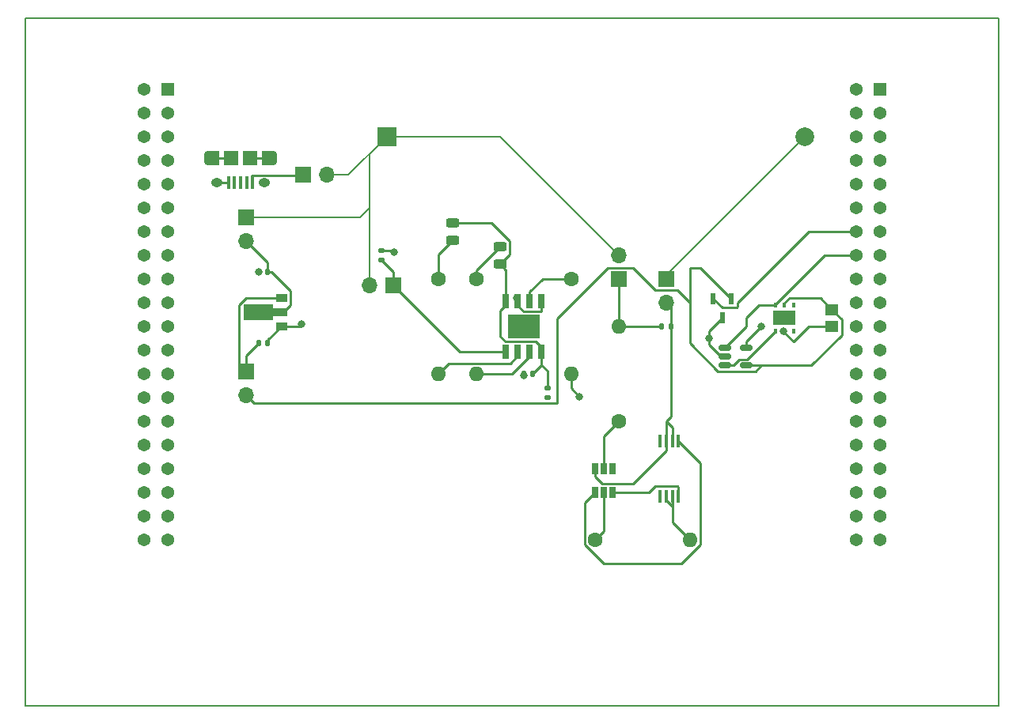
<source format=gbr>
%TF.GenerationSoftware,KiCad,Pcbnew,(7.0.0)*%
%TF.CreationDate,2023-03-20T22:32:51+02:00*%
%TF.ProjectId,overall scematic,6f766572-616c-46c2-9073-63656d617469,rev?*%
%TF.SameCoordinates,Original*%
%TF.FileFunction,Copper,L1,Top*%
%TF.FilePolarity,Positive*%
%FSLAX46Y46*%
G04 Gerber Fmt 4.6, Leading zero omitted, Abs format (unit mm)*
G04 Created by KiCad (PCBNEW (7.0.0)) date 2023-03-20 22:32:51*
%MOMM*%
%LPD*%
G01*
G04 APERTURE LIST*
G04 Aperture macros list*
%AMRoundRect*
0 Rectangle with rounded corners*
0 $1 Rounding radius*
0 $2 $3 $4 $5 $6 $7 $8 $9 X,Y pos of 4 corners*
0 Add a 4 corners polygon primitive as box body*
4,1,4,$2,$3,$4,$5,$6,$7,$8,$9,$2,$3,0*
0 Add four circle primitives for the rounded corners*
1,1,$1+$1,$2,$3*
1,1,$1+$1,$4,$5*
1,1,$1+$1,$6,$7*
1,1,$1+$1,$8,$9*
0 Add four rect primitives between the rounded corners*
20,1,$1+$1,$2,$3,$4,$5,0*
20,1,$1+$1,$4,$5,$6,$7,0*
20,1,$1+$1,$6,$7,$8,$9,0*
20,1,$1+$1,$8,$9,$2,$3,0*%
%AMFreePoly0*
4,1,9,3.862500,-0.866500,0.737500,-0.866500,0.737500,-0.450000,-0.737500,-0.450000,-0.737500,0.450000,0.737500,0.450000,0.737500,0.866500,3.862500,0.866500,3.862500,-0.866500,3.862500,-0.866500,$1*%
G04 Aperture macros list end*
%TA.AperFunction,NonConductor*%
%ADD10C,0.200000*%
%TD*%
%TA.AperFunction,ComponentPad*%
%ADD11R,1.700000X1.700000*%
%TD*%
%TA.AperFunction,ComponentPad*%
%ADD12O,1.700000X1.700000*%
%TD*%
%TA.AperFunction,ComponentPad*%
%ADD13R,2.000000X2.000000*%
%TD*%
%TA.AperFunction,ComponentPad*%
%ADD14C,2.000000*%
%TD*%
%TA.AperFunction,ComponentPad*%
%ADD15C,1.600000*%
%TD*%
%TA.AperFunction,ComponentPad*%
%ADD16O,1.600000X1.600000*%
%TD*%
%TA.AperFunction,SMDPad,CuDef*%
%ADD17R,0.650000X1.200000*%
%TD*%
%TA.AperFunction,SMDPad,CuDef*%
%ADD18RoundRect,0.150000X-0.512500X-0.150000X0.512500X-0.150000X0.512500X0.150000X-0.512500X0.150000X0*%
%TD*%
%TA.AperFunction,SMDPad,CuDef*%
%ADD19RoundRect,0.140000X0.140000X0.170000X-0.140000X0.170000X-0.140000X-0.170000X0.140000X-0.170000X0*%
%TD*%
%TA.AperFunction,SMDPad,CuDef*%
%ADD20R,0.700000X1.525000*%
%TD*%
%TA.AperFunction,SMDPad,CuDef*%
%ADD21R,3.402000X2.513000*%
%TD*%
%TA.AperFunction,SMDPad,CuDef*%
%ADD22R,1.300000X0.900000*%
%TD*%
%TA.AperFunction,SMDPad,CuDef*%
%ADD23FreePoly0,180.000000*%
%TD*%
%TA.AperFunction,SMDPad,CuDef*%
%ADD24RoundRect,0.140000X0.170000X-0.140000X0.170000X0.140000X-0.170000X0.140000X-0.170000X-0.140000X0*%
%TD*%
%TA.AperFunction,SMDPad,CuDef*%
%ADD25R,0.400000X1.350000*%
%TD*%
%TA.AperFunction,ComponentPad*%
%ADD26O,0.890000X1.550000*%
%TD*%
%TA.AperFunction,SMDPad,CuDef*%
%ADD27R,1.200000X1.550000*%
%TD*%
%TA.AperFunction,ComponentPad*%
%ADD28O,1.250000X0.950000*%
%TD*%
%TA.AperFunction,SMDPad,CuDef*%
%ADD29R,1.500000X1.550000*%
%TD*%
%TA.AperFunction,SMDPad,CuDef*%
%ADD30R,0.400000X0.600000*%
%TD*%
%TA.AperFunction,SMDPad,CuDef*%
%ADD31R,2.400000X1.500000*%
%TD*%
%TA.AperFunction,SMDPad,CuDef*%
%ADD32RoundRect,0.135000X-0.185000X0.135000X-0.185000X-0.135000X0.185000X-0.135000X0.185000X0.135000X0*%
%TD*%
%TA.AperFunction,SMDPad,CuDef*%
%ADD33RoundRect,0.140000X-0.140000X-0.170000X0.140000X-0.170000X0.140000X0.170000X-0.140000X0.170000X0*%
%TD*%
%TA.AperFunction,SMDPad,CuDef*%
%ADD34RoundRect,0.243750X-0.456250X0.243750X-0.456250X-0.243750X0.456250X-0.243750X0.456250X0.243750X0*%
%TD*%
%TA.AperFunction,SMDPad,CuDef*%
%ADD35R,0.600000X1.300000*%
%TD*%
%TA.AperFunction,SMDPad,CuDef*%
%ADD36RoundRect,0.243750X0.456250X-0.243750X0.456250X0.243750X-0.456250X0.243750X-0.456250X-0.243750X0*%
%TD*%
%TA.AperFunction,SMDPad,CuDef*%
%ADD37R,1.450000X1.150000*%
%TD*%
%TA.AperFunction,ComponentPad*%
%ADD38R,1.370000X1.370000*%
%TD*%
%TA.AperFunction,ComponentPad*%
%ADD39C,1.370000*%
%TD*%
%TA.AperFunction,SMDPad,CuDef*%
%ADD40R,0.450000X1.475000*%
%TD*%
%TA.AperFunction,ViaPad*%
%ADD41C,0.800000*%
%TD*%
%TA.AperFunction,Conductor*%
%ADD42C,0.200000*%
%TD*%
%TA.AperFunction,Conductor*%
%ADD43C,0.250000*%
%TD*%
G04 APERTURE END LIST*
D10*
X55880000Y-25400000D02*
X160020000Y-25400000D01*
X160020000Y-25400000D02*
X160020000Y-99060000D01*
X160020000Y-99060000D02*
X55880000Y-99060000D01*
X55880000Y-99060000D02*
X55880000Y-25400000D01*
D11*
%TO.P,J6,1,Pin_1*%
%TO.N,Net-(J6-Pin_1)*%
X79484999Y-63244999D03*
D12*
%TO.P,J6,2,Pin_2*%
%TO.N,/Supply_Voltage*%
X79484999Y-65784999D03*
%TD*%
D11*
%TO.P,J5,1,Pin_1*%
%TO.N,Net-(J3-BAT)*%
X95254999Y-54044999D03*
D12*
%TO.P,J5,2,Pin_2*%
%TO.N,/Battery+*%
X92714999Y-54044999D03*
%TD*%
D11*
%TO.P,J4,1,Pin_1*%
%TO.N,/Battery+*%
X79484999Y-46729999D03*
D12*
%TO.P,J4,2,Pin_2*%
%TO.N,Net-(J4-Pin_2)*%
X79484999Y-49269999D03*
%TD*%
D11*
%TO.P,J2,1,Pin_1*%
%TO.N,Net-(J1-VBUS)*%
X85614999Y-42184999D03*
D12*
%TO.P,J2,2,Pin_2*%
%TO.N,/Battery+*%
X88154999Y-42184999D03*
%TD*%
D13*
%TO.P,BT1,1,+*%
%TO.N,/Battery+*%
X94539999Y-38099999D03*
D14*
%TO.P,BT1,2,-*%
%TO.N,/Battery-*%
X139240000Y-38100000D03*
%TD*%
D15*
%TO.P,R3,1*%
%TO.N,Net-(D1-K)*%
X104140000Y-53340000D03*
D16*
%TO.P,R3,2*%
%TO.N,Net-(J3-~{CHRG})*%
X104139999Y-63499999D03*
%TD*%
D11*
%TO.P,J11,1,Pin_1*%
%TO.N,/Battery-*%
X124459999Y-53339999D03*
D12*
%TO.P,J11,2,Pin_2*%
%TO.N,Net-(IC1-GND)*%
X124459999Y-55879999D03*
%TD*%
D17*
%TO.P,IC1,1,OD*%
%TO.N,/Power module/OD*%
X116839999Y-76159999D03*
%TO.P,IC1,2,CS*%
%TO.N,Net-(IC1-CS)*%
X117789999Y-76159999D03*
%TO.P,IC1,3,OC*%
%TO.N,/Power module/OC*%
X118739999Y-76159999D03*
%TO.P,IC1,4,TD*%
%TO.N,unconnected-(IC1-TD-Pad4)*%
X118739999Y-73659999D03*
%TO.P,IC1,5,VCC*%
%TO.N,Net-(IC1-VCC)*%
X117789999Y-73659999D03*
%TO.P,IC1,6,GND*%
%TO.N,Net-(IC1-GND)*%
X116839999Y-73659999D03*
%TD*%
D18*
%TO.P,U2,1,SCL*%
%TO.N,/SCL*%
X130705000Y-60700000D03*
%TO.P,U2,2,GND*%
%TO.N,GND*%
X130705000Y-61650000D03*
%TO.P,U2,3,SDA*%
%TO.N,/SDA*%
X130705000Y-62600000D03*
%TO.P,U2,4,VCC*%
%TO.N,/Supply_Voltage*%
X132980000Y-62600000D03*
%TO.P,U2,5,WP*%
%TO.N,GND*%
X132980000Y-60700000D03*
%TD*%
D19*
%TO.P,C2,1*%
%TO.N,Net-(J4-Pin_2)*%
X81800000Y-52605000D03*
%TO.P,C2,2*%
%TO.N,GND*%
X80840000Y-52605000D03*
%TD*%
D20*
%TO.P,J3,1,TEMP1*%
%TO.N,GND*%
X111124999Y-55707999D03*
%TO.P,J3,2,PROG2*%
%TO.N,Net-(J3-PROG2)*%
X109854999Y-55707999D03*
%TO.P,J3,3,GND_3*%
%TO.N,GND*%
X108584999Y-55707999D03*
%TO.P,J3,4,VCC4*%
%TO.N,/Power module/Vcc_IC*%
X107314999Y-55707999D03*
%TO.P,J3,5,BAT*%
%TO.N,Net-(J3-BAT)*%
X107314999Y-61131999D03*
%TO.P,J3,6,~{STDBY}*%
%TO.N,Net-(J3-~{STDBY})*%
X108584999Y-61131999D03*
%TO.P,J3,7,~{CHRG}*%
%TO.N,Net-(J3-~{CHRG})*%
X109854999Y-61131999D03*
%TO.P,J3,8,CE*%
%TO.N,/Power module/Vcc_IC*%
X111124999Y-61131999D03*
D21*
%TO.P,J3,9,EP*%
%TO.N,unconnected-(J3-EP-Pad9)*%
X109219999Y-58419999D03*
%TD*%
D15*
%TO.P,R6,1*%
%TO.N,Net-(IC1-VCC)*%
X119380000Y-68580000D03*
D16*
%TO.P,R6,2*%
%TO.N,Net-(J10-Pin_1)*%
X119379999Y-58419999D03*
%TD*%
D22*
%TO.P,U1,1,GND*%
%TO.N,GND*%
X83269999Y-58389999D03*
D23*
%TO.P,U1,2,VIN*%
%TO.N,Net-(J4-Pin_2)*%
X83182500Y-56890000D03*
D22*
%TO.P,U1,3,VOUT*%
%TO.N,Net-(J6-Pin_1)*%
X83269999Y-55389999D03*
%TD*%
D15*
%TO.P,R1,1*%
%TO.N,Net-(J3-PROG2)*%
X114300000Y-53340000D03*
D16*
%TO.P,R1,2*%
%TO.N,GND*%
X114299999Y-63499999D03*
%TD*%
D15*
%TO.P,R5,1*%
%TO.N,Net-(IC1-CS)*%
X116840000Y-81280000D03*
D16*
%TO.P,R5,2*%
%TO.N,GND*%
X126999999Y-81279999D03*
%TD*%
D11*
%TO.P,J10,1,Pin_1*%
%TO.N,Net-(J10-Pin_1)*%
X119379999Y-53339999D03*
D12*
%TO.P,J10,2,Pin_2*%
%TO.N,/Battery+*%
X119379999Y-50799999D03*
%TD*%
D24*
%TO.P,C4,1*%
%TO.N,Net-(J3-BAT)*%
X93980000Y-51280000D03*
%TO.P,C4,2*%
%TO.N,GND*%
X93980000Y-50320000D03*
%TD*%
D25*
%TO.P,J1,1,VBUS*%
%TO.N,Net-(J1-VBUS)*%
X80209999Y-43049999D03*
%TO.P,J1,2,D-*%
%TO.N,Data -*%
X79559999Y-43049999D03*
%TO.P,J1,3,D+*%
%TO.N,Data +*%
X78909999Y-43049999D03*
%TO.P,J1,4,ID*%
%TO.N,unconnected-(J1-ID-Pad4)*%
X78259999Y-43049999D03*
%TO.P,J1,5,GND*%
%TO.N,GND*%
X77609999Y-43049999D03*
D26*
%TO.P,J1,6,Shield*%
X82409999Y-40349999D03*
D27*
X81809999Y-40349999D03*
D28*
X81409999Y-43049999D03*
D29*
X79909999Y-40349999D03*
X77909999Y-40349999D03*
D28*
X76409999Y-43049999D03*
D27*
X76009999Y-40349999D03*
D26*
X75409999Y-40349999D03*
%TD*%
D30*
%TO.P,U4,1,SDA*%
%TO.N,/SDA*%
X136159999Y-58919999D03*
%TO.P,U4,2,GND*%
%TO.N,GND*%
X137109999Y-58919999D03*
%TO.P,U4,3,NC*%
%TO.N,unconnected-(U4-NC-Pad3)*%
X138059999Y-58919999D03*
%TO.P,U4,4,NC*%
%TO.N,unconnected-(U4-NC-Pad4)*%
X138059999Y-56119999D03*
%TO.P,U4,5,VCC*%
%TO.N,/Supply_Voltage*%
X137109999Y-56119999D03*
%TO.P,U4,6,SCL*%
%TO.N,/SCL*%
X136159999Y-56119999D03*
D31*
%TO.P,U4,7,DAP*%
%TO.N,unconnected-(U4-DAP-Pad7)*%
X137109999Y-57519999D03*
%TD*%
D32*
%TO.P,R2,1*%
%TO.N,/Power module/Vcc_IC*%
X111760000Y-65020000D03*
%TO.P,R2,2*%
%TO.N,+5V*%
X111760000Y-66040000D03*
%TD*%
D33*
%TO.P,C3,1*%
%TO.N,Net-(J6-Pin_1)*%
X80840000Y-60225000D03*
%TO.P,C3,2*%
%TO.N,GND*%
X81800000Y-60225000D03*
%TD*%
D34*
%TO.P,D1,1,K*%
%TO.N,Net-(D1-K)*%
X106680000Y-49862500D03*
%TO.P,D1,2,A*%
%TO.N,/Power module/Vcc_IC*%
X106680000Y-51737500D03*
%TD*%
D35*
%TO.P,U5,1,VDD*%
%TO.N,/Supply_Voltage*%
X131389999Y-55419999D03*
%TO.P,U5,2,VOUT*%
%TO.N,ADC*%
X129489999Y-55419999D03*
%TO.P,U5,3,GND*%
%TO.N,GND*%
X130439999Y-57519999D03*
%TD*%
D15*
%TO.P,R4,1*%
%TO.N,Net-(D2-K)*%
X100090000Y-53340000D03*
D16*
%TO.P,R4,2*%
%TO.N,Net-(J3-~{STDBY})*%
X100089999Y-63499999D03*
%TD*%
D36*
%TO.P,D2,1,K*%
%TO.N,Net-(D2-K)*%
X101600000Y-49197500D03*
%TO.P,D2,2,A*%
%TO.N,/Power module/Vcc_IC*%
X101600000Y-47322500D03*
%TD*%
D19*
%TO.P,C1,1*%
%TO.N,/Power module/Vcc_IC*%
X110180000Y-63500000D03*
%TO.P,C1,2*%
%TO.N,GND*%
X109220000Y-63500000D03*
%TD*%
D37*
%TO.P,C5,1*%
%TO.N,/Supply_Voltage*%
X142189999Y-56619999D03*
%TO.P,C5,2*%
%TO.N,GND*%
X142189999Y-58419999D03*
%TD*%
D38*
%TO.P,J8,01*%
%TO.N,N/C*%
X147319999Y-33019999D03*
D39*
%TO.P,J8,02*%
X144780000Y-33020000D03*
%TO.P,J8,03*%
X147320000Y-35560000D03*
%TO.P,J8,04*%
X144780000Y-35560000D03*
%TO.P,J8,05*%
X147320000Y-38100000D03*
%TO.P,J8,06*%
X144780000Y-38100000D03*
%TO.P,J8,07*%
X147320000Y-40640000D03*
%TO.P,J8,08*%
X144780000Y-40640000D03*
%TO.P,J8,09*%
X147320000Y-43180000D03*
%TO.P,J8,10,10*%
%TO.N,GND*%
X144780000Y-43180000D03*
%TO.P,J8,11,11*%
X147320000Y-45720000D03*
%TO.P,J8,12,12*%
X144780000Y-45720000D03*
%TO.P,J8,13,13*%
X147320000Y-48260000D03*
%TO.P,J8,14,P14*%
%TO.N,ADC*%
X144780000Y-48260000D03*
%TO.P,J8,15,P15*%
%TO.N,SPI*%
X147320000Y-50800000D03*
%TO.P,J8,16,P16*%
%TO.N,/SCL*%
X144780000Y-50800000D03*
%TO.P,J8,17,P17*%
%TO.N,GND*%
X147320000Y-53340000D03*
%TO.P,J8,18,P18*%
X144780000Y-53340000D03*
%TO.P,J8,19,P19*%
X147320000Y-55880000D03*
%TO.P,J8,20,P20*%
X144780000Y-55880000D03*
%TO.P,J8,21,P21*%
X147320000Y-58420000D03*
%TO.P,J8,22,P22*%
X144780000Y-58420000D03*
%TO.P,J8,23,P23*%
X147320000Y-60960000D03*
%TO.P,J8,24,P24*%
X144780000Y-60960000D03*
%TO.P,J8,25,P25*%
X147320000Y-63500000D03*
%TO.P,J8,26*%
%TO.N,N/C*%
X144780000Y-63500000D03*
%TO.P,J8,27*%
X147320000Y-66040000D03*
%TO.P,J8,28*%
X144780000Y-66040000D03*
%TO.P,J8,29*%
X147320000Y-68580000D03*
%TO.P,J8,30*%
X144780000Y-68580000D03*
%TO.P,J8,31*%
X147320000Y-71120000D03*
%TO.P,J8,32*%
X144780000Y-71120000D03*
%TO.P,J8,33*%
X147320000Y-73660000D03*
%TO.P,J8,34*%
X144780000Y-73660000D03*
%TO.P,J8,35*%
X147320000Y-76200000D03*
%TO.P,J8,36*%
X144780000Y-76200000D03*
%TO.P,J8,37*%
X147320000Y-78740000D03*
%TO.P,J8,38*%
X144780000Y-78740000D03*
%TO.P,J8,39*%
X147320000Y-81280000D03*
%TO.P,J8,40*%
X144780000Y-81280000D03*
%TD*%
D38*
%TO.P,J9,01*%
%TO.N,N/C*%
X71119999Y-33019999D03*
D39*
%TO.P,J9,02*%
X68580000Y-33020000D03*
%TO.P,J9,03*%
X71120000Y-35560000D03*
%TO.P,J9,04*%
X68580000Y-35560000D03*
%TO.P,J9,05*%
X71120000Y-38100000D03*
%TO.P,J9,06*%
X68580000Y-38100000D03*
%TO.P,J9,07*%
X71120000Y-40640000D03*
%TO.P,J9,08*%
X68580000Y-40640000D03*
%TO.P,J9,09*%
X71120000Y-43180000D03*
%TO.P,J9,10,10*%
%TO.N,GND*%
X68580000Y-43180000D03*
%TO.P,J9,11,11*%
%TO.N,USART2*%
X71120000Y-45720000D03*
%TO.P,J9,12,12*%
%TO.N,I2C2*%
X68580000Y-45720000D03*
%TO.P,J9,13,13*%
%TO.N,GND*%
X71120000Y-48260000D03*
%TO.P,J9,14,P14*%
X68580000Y-48260000D03*
%TO.P,J9,15,P15*%
X71120000Y-50800000D03*
%TO.P,J9,16,P16*%
X68580000Y-50800000D03*
%TO.P,J9,17,P17*%
X71120000Y-53340000D03*
%TO.P,J9,18,P18*%
X68580000Y-53340000D03*
%TO.P,J9,19,P19*%
X71120000Y-55880000D03*
%TO.P,J9,20,P20*%
X68580000Y-55880000D03*
%TO.P,J9,21,P21*%
X71120000Y-58420000D03*
%TO.P,J9,22,P22*%
X68580000Y-58420000D03*
%TO.P,J9,23,P23*%
%TO.N,USART1*%
X71120000Y-60960000D03*
%TO.P,J9,24,P24*%
%TO.N,I2C1*%
X68580000Y-60960000D03*
%TO.P,J9,25,P25*%
%TO.N,GND*%
X71120000Y-63500000D03*
%TO.P,J9,26*%
%TO.N,N/C*%
X68580000Y-63500000D03*
%TO.P,J9,27*%
X71120000Y-66040000D03*
%TO.P,J9,28*%
X68580000Y-66040000D03*
%TO.P,J9,29*%
X71120000Y-68580000D03*
%TO.P,J9,30*%
X68580000Y-68580000D03*
%TO.P,J9,31*%
X71120000Y-71120000D03*
%TO.P,J9,32*%
X68580000Y-71120000D03*
%TO.P,J9,33*%
X71120000Y-73660000D03*
%TO.P,J9,34*%
X68580000Y-73660000D03*
%TO.P,J9,35*%
X71120000Y-76200000D03*
%TO.P,J9,36*%
X68580000Y-76200000D03*
%TO.P,J9,37*%
X71120000Y-78740000D03*
%TO.P,J9,38*%
X68580000Y-78740000D03*
%TO.P,J9,39*%
X71120000Y-81280000D03*
%TO.P,J9,40*%
X68580000Y-81280000D03*
%TD*%
D33*
%TO.P,C6,1*%
%TO.N,Net-(J10-Pin_1)*%
X123980000Y-58420000D03*
%TO.P,C6,2*%
%TO.N,Net-(IC1-GND)*%
X124940000Y-58420000D03*
%TD*%
D40*
%TO.P,Q1,1,D12_1*%
%TO.N,unconnected-(Q1-D12_1-Pad1)*%
X123809999Y-76597999D03*
%TO.P,Q1,2,S1_1*%
%TO.N,GND*%
X124459999Y-76597999D03*
%TO.P,Q1,3,S1_2*%
X125109999Y-76597999D03*
%TO.P,Q1,4,G1*%
%TO.N,/Power module/OC*%
X125759999Y-76597999D03*
%TO.P,Q1,5,G2*%
%TO.N,/Power module/OD*%
X125759999Y-70721999D03*
%TO.P,Q1,6,S2_1*%
%TO.N,Net-(IC1-GND)*%
X125109999Y-70721999D03*
%TO.P,Q1,7,S2_2*%
X124459999Y-70721999D03*
%TO.P,Q1,8,D12_2*%
%TO.N,unconnected-(Q1-D12_2-Pad8)*%
X123809999Y-70721999D03*
%TD*%
D41*
%TO.N,GND*%
X129032000Y-59690000D03*
X108458000Y-55372000D03*
X137033000Y-58928000D03*
X80899000Y-52578000D03*
X109220000Y-63627000D03*
X115189000Y-65913000D03*
X85471000Y-58166000D03*
X95377000Y-50419000D03*
X134620000Y-58420000D03*
%TD*%
D42*
%TO.N,/Battery+*%
X90455000Y-42185000D02*
X94540000Y-38100000D01*
X88155000Y-42185000D02*
X90455000Y-42185000D01*
X91705000Y-46730000D02*
X92715000Y-45720000D01*
X79485000Y-46730000D02*
X91705000Y-46730000D01*
X92715000Y-39925000D02*
X94540000Y-38100000D01*
X119380000Y-50800000D02*
X106680000Y-38100000D01*
X106680000Y-38100000D02*
X94540000Y-38100000D01*
X92715000Y-54045000D02*
X92715000Y-45720000D01*
X92715000Y-45720000D02*
X92715000Y-39925000D01*
%TO.N,/Battery-*%
X124480000Y-53320000D02*
X124460000Y-53340000D01*
X124460000Y-52880000D02*
X139240000Y-38100000D01*
X124460000Y-53340000D02*
X124460000Y-52880000D01*
D43*
%TO.N,/Power module/Vcc_IC*%
X105742500Y-47322500D02*
X101600000Y-47322500D01*
X107237000Y-60044500D02*
X110530000Y-60044500D01*
X110530000Y-60044500D02*
X111125000Y-60639500D01*
X107315000Y-55708000D02*
X107315000Y-56120500D01*
X111760000Y-65020000D02*
X111760000Y-63190000D01*
X111125000Y-60639500D02*
X111125000Y-61132000D01*
X107315000Y-52372500D02*
X107315000Y-55708000D01*
X106680000Y-51737500D02*
X107705000Y-50712500D01*
X111125000Y-62555000D02*
X111125000Y-61132000D01*
X110180000Y-63500000D02*
X111125000Y-62555000D01*
X106715000Y-56720500D02*
X106715000Y-59522500D01*
X107705000Y-50712500D02*
X107705000Y-49285000D01*
X107315000Y-56120500D02*
X106715000Y-56720500D01*
X111760000Y-63190000D02*
X111125000Y-62555000D01*
X106715000Y-59522500D02*
X107237000Y-60044500D01*
X106680000Y-51737500D02*
X107315000Y-52372500D01*
X107705000Y-49285000D02*
X105742500Y-47322500D01*
%TO.N,GND*%
X114300000Y-65024000D02*
X115189000Y-65913000D01*
X132980000Y-60060000D02*
X134620000Y-58420000D01*
X129032000Y-60361251D02*
X129032000Y-59690000D01*
X85247000Y-58390000D02*
X85471000Y-58166000D01*
X77610000Y-43050000D02*
X76410000Y-43050000D01*
X139700000Y-58420000D02*
X138060000Y-60060000D01*
X130440000Y-57520000D02*
X129032000Y-58928000D01*
X111125000Y-55708000D02*
X111125000Y-56720500D01*
X111050000Y-56795500D02*
X109180000Y-56795500D01*
X79910000Y-40350000D02*
X81810000Y-40350000D01*
X76010000Y-40350000D02*
X75410000Y-40350000D01*
X81800000Y-59860000D02*
X83270000Y-58390000D01*
X125110000Y-76598000D02*
X125110000Y-77724000D01*
X125110000Y-77724000D02*
X125110000Y-79390000D01*
X132980000Y-60700000D02*
X132980000Y-60060000D01*
X124460000Y-76598000D02*
X124460000Y-77074000D01*
X108585000Y-56200500D02*
X108585000Y-55708000D01*
X129032000Y-58928000D02*
X129032000Y-59690000D01*
X81800000Y-60225000D02*
X81800000Y-59860000D01*
X124460000Y-77074000D02*
X125110000Y-77724000D01*
X93980000Y-50320000D02*
X95278000Y-50320000D01*
X130320749Y-61650000D02*
X129032000Y-60361251D01*
X95278000Y-50320000D02*
X95377000Y-50419000D01*
X125110000Y-79390000D02*
X127000000Y-81280000D01*
X109180000Y-56795500D02*
X108585000Y-56200500D01*
X77910000Y-40350000D02*
X76010000Y-40350000D01*
X114300000Y-63500000D02*
X114300000Y-65024000D01*
X130705000Y-61650000D02*
X130320749Y-61650000D01*
X142190000Y-58420000D02*
X139700000Y-58420000D01*
X137110000Y-59110000D02*
X137033000Y-58928000D01*
X83270000Y-58390000D02*
X85247000Y-58390000D01*
X138060000Y-60060000D02*
X137110000Y-59110000D01*
X111125000Y-56720500D02*
X111050000Y-56795500D01*
X137033000Y-58928000D02*
X137110000Y-58920000D01*
%TO.N,Net-(J6-Pin_1)*%
X79493880Y-55390000D02*
X78780000Y-56103880D01*
X83270000Y-55390000D02*
X79493880Y-55390000D01*
X79485000Y-61580000D02*
X80840000Y-60225000D01*
X78780000Y-56103880D02*
X78780000Y-62540000D01*
X79485000Y-63245000D02*
X79485000Y-61580000D01*
X78780000Y-62540000D02*
X79485000Y-63245000D01*
%TO.N,Net-(J3-BAT)*%
X102342000Y-61132000D02*
X107315000Y-61132000D01*
X95255000Y-54045000D02*
X95255000Y-52555000D01*
X95255000Y-52555000D02*
X93980000Y-51280000D01*
X95255000Y-54045000D02*
X102342000Y-61132000D01*
%TO.N,Net-(IC1-GND)*%
X116840000Y-74510000D02*
X117565000Y-75235000D01*
X124940000Y-56360000D02*
X124940000Y-58420000D01*
X124940000Y-68100000D02*
X124940000Y-58420000D01*
X120909500Y-75235000D02*
X124460000Y-71684500D01*
X124460000Y-55880000D02*
X124940000Y-56360000D01*
X124460000Y-68580000D02*
X124940000Y-68100000D01*
X117565000Y-75235000D02*
X120909500Y-75235000D01*
X124460000Y-71684500D02*
X124460000Y-70722000D01*
X124460000Y-70722000D02*
X124460000Y-68580000D01*
X125110000Y-69230000D02*
X125110000Y-70722000D01*
X116840000Y-73660000D02*
X116840000Y-74510000D01*
X124460000Y-68580000D02*
X125110000Y-69230000D01*
%TO.N,Net-(D1-K)*%
X106680000Y-49862500D02*
X104140000Y-52402500D01*
X104140000Y-52402500D02*
X104140000Y-53340000D01*
%TO.N,Net-(D2-K)*%
X100090000Y-50707500D02*
X100090000Y-53340000D01*
X101600000Y-49197500D02*
X100090000Y-50707500D01*
%TO.N,Net-(J1-VBUS)*%
X80085000Y-42250000D02*
X80085000Y-42890000D01*
X85550000Y-42250000D02*
X80085000Y-42250000D01*
X85615000Y-42185000D02*
X85550000Y-42250000D01*
%TO.N,ADC*%
X130465000Y-56395000D02*
X129490000Y-55420000D01*
X132080000Y-55880000D02*
X132080000Y-56330000D01*
X132015000Y-56395000D02*
X130465000Y-56395000D01*
X132080000Y-56330000D02*
X132015000Y-56395000D01*
X139700000Y-48260000D02*
X132080000Y-55880000D01*
X144780000Y-48260000D02*
X139700000Y-48260000D01*
%TO.N,/SCL*%
X136160000Y-56020000D02*
X141380000Y-50800000D01*
X136160000Y-56120000D02*
X136160000Y-56020000D01*
X134380000Y-56120000D02*
X136160000Y-56120000D01*
X132980000Y-58425000D02*
X130705000Y-60700000D01*
X132980000Y-57520000D02*
X134380000Y-56120000D01*
X141380000Y-50800000D02*
X144780000Y-50800000D01*
X132980000Y-57520000D02*
X132980000Y-58425000D01*
%TO.N,Net-(J3-PROG2)*%
X109855000Y-54695500D02*
X109855000Y-55708000D01*
X111210500Y-53340000D02*
X109855000Y-54695500D01*
X114300000Y-53340000D02*
X111210500Y-53340000D01*
%TO.N,Net-(J3-~{CHRG})*%
X107979500Y-63500000D02*
X109855000Y-61624500D01*
X104140000Y-63500000D02*
X107979500Y-63500000D01*
X109855000Y-61624500D02*
X109855000Y-61132000D01*
%TO.N,Net-(J3-~{STDBY})*%
X108585000Y-61555000D02*
X108585000Y-61132000D01*
X101215000Y-62375000D02*
X107765000Y-62375000D01*
X107765000Y-62375000D02*
X108585000Y-61555000D01*
X100090000Y-63500000D02*
X101215000Y-62375000D01*
%TO.N,Net-(IC1-CS)*%
X117790000Y-80330000D02*
X117790000Y-76160000D01*
X116840000Y-81280000D02*
X117790000Y-80330000D01*
%TO.N,Net-(IC1-VCC)*%
X117790000Y-73660000D02*
X117790000Y-70170000D01*
X117790000Y-70170000D02*
X119380000Y-68580000D01*
%TO.N,/SDA*%
X130705000Y-62600000D02*
X131645749Y-62600000D01*
X133105000Y-61975000D02*
X136160000Y-58920000D01*
X132270749Y-61975000D02*
X133105000Y-61975000D01*
X131645749Y-62600000D02*
X132270749Y-61975000D01*
%TO.N,/Power module/OD*%
X128125000Y-81745991D02*
X126050991Y-83820000D01*
X115715000Y-77285000D02*
X116840000Y-76160000D01*
X128125000Y-73087000D02*
X128125000Y-81745991D01*
X115715000Y-81745991D02*
X115715000Y-77285000D01*
X126050991Y-83820000D02*
X117789009Y-83820000D01*
X117789009Y-83820000D02*
X115715000Y-81745991D01*
X125760000Y-70722000D02*
X128125000Y-73087000D01*
%TO.N,/Power module/OC*%
X118740000Y-76160000D02*
X122635500Y-76160000D01*
X122635500Y-76160000D02*
X123260000Y-75535500D01*
X125760000Y-75610500D02*
X125760000Y-76598000D01*
X125685000Y-75535500D02*
X125760000Y-75610500D01*
X123260000Y-75535500D02*
X125685000Y-75535500D01*
%TO.N,Net-(J4-Pin_2)*%
X84245000Y-54615000D02*
X84245000Y-56165000D01*
X79485000Y-49270000D02*
X81800000Y-51585000D01*
X81800000Y-52605000D02*
X82235000Y-52605000D01*
X83520000Y-56890000D02*
X83182500Y-56890000D01*
X84245000Y-56165000D02*
X83520000Y-56890000D01*
X82235000Y-52605000D02*
X84245000Y-54615000D01*
X81800000Y-51585000D02*
X81800000Y-52605000D01*
%TO.N,Net-(J10-Pin_1)*%
X119380000Y-58420000D02*
X123980000Y-58420000D01*
X119380000Y-53340000D02*
X119380000Y-58420000D01*
%TO.N,/Supply_Voltage*%
X129995749Y-63225000D02*
X133995000Y-63225000D01*
X79485000Y-65785000D02*
X80335000Y-66635000D01*
X137658000Y-55372000D02*
X140942000Y-55372000D01*
X133995000Y-63225000D02*
X134620000Y-62600000D01*
X132980000Y-62600000D02*
X139960000Y-62600000D01*
X112755991Y-57614009D02*
X118205000Y-52165000D01*
X127000000Y-55880000D02*
X127000000Y-60229251D01*
X127000000Y-60229251D02*
X129995749Y-63225000D01*
X137110000Y-56120000D02*
X137110000Y-55920000D01*
X123285000Y-54515000D02*
X125635000Y-54515000D01*
X127000000Y-52165000D02*
X127000000Y-55880000D01*
X139960000Y-62600000D02*
X143240000Y-59320000D01*
X128135000Y-52165000D02*
X131390000Y-55420000D01*
X120935000Y-52165000D02*
X123285000Y-54515000D01*
X140942000Y-55372000D02*
X142190000Y-56620000D01*
X137110000Y-55920000D02*
X137658000Y-55372000D01*
X143240000Y-57670000D02*
X142190000Y-56620000D01*
X143240000Y-59320000D02*
X143240000Y-57670000D01*
X112755991Y-66635000D02*
X112755991Y-57614009D01*
X127000000Y-52165000D02*
X128135000Y-52165000D01*
X125635000Y-54515000D02*
X127000000Y-55880000D01*
X118205000Y-52165000D02*
X120935000Y-52165000D01*
X80335000Y-66635000D02*
X112755991Y-66635000D01*
%TD*%
M02*

</source>
